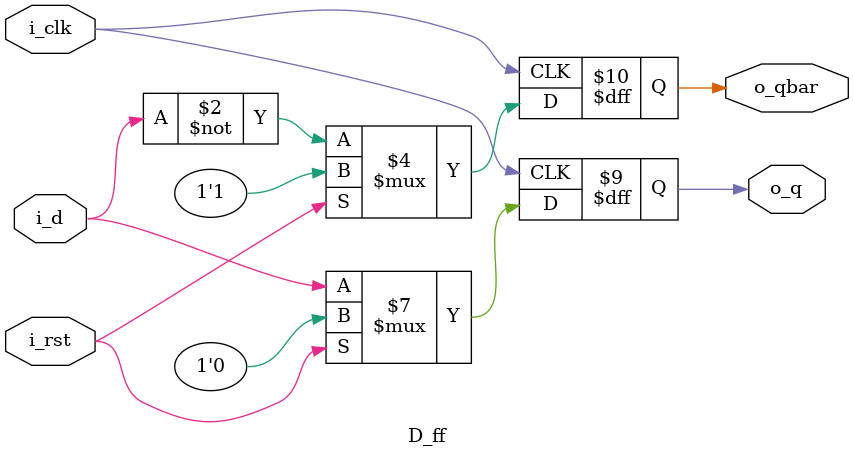
<source format=v>
`timescale 1ns / 1ps

module tb_johnson();
reg i_clk, i_rst;
wire [2:0]o_q;

johnson dut(
.i_clk(i_clk),
.i_rst(i_rst),
.o_q(o_q)
);

initial  begin
$monitor("Time = %0t | i_clk = %b, i_rst = %b => o_q = %b", $time, i_clk, i_rst, o_q);
end

always #5 i_clk = ~i_clk;
initial begin
i_clk = 0;
i_rst = 1; 
#10 i_rst = 0;
#200
$finish;
end

endmodule

// now design
`timescale 1ns / 1ps
//////////////////////////////////////////////////////////////////////////////////
// Engineer: Aditya 
// Create Date: 22.06.2025 20:11:34
// Design Name: johnson counter 
// Module Name: johnson
// Target Devices: johnson counter
// Description: we are usign a D flip flop and have to make johnson counter using structural 
// modelling 
//////////////////////////////////////////////////////////////////////////////////

module johnson(input i_clk, i_rst,
output [2:0]o_q
    );
    wire [2:0]o_qbar;
    
    D_ff ff1 (.i_d(o_qbar[0]), .i_clk(i_clk), .i_rst(i_rst), .o_q(o_q[2]), .o_qbar(o_qbar[2]));
    D_ff ff2(.i_d(o_q[2]), .i_clk(i_clk), .i_rst(i_rst), .o_q(o_q[1]), .o_qbar(o_qbar[1]));
    D_ff ff3(.i_d(o_q[1]), .i_clk(i_clk), .i_rst(i_rst), .o_q(o_q[0]), .o_qbar(o_qbar[0]));
    
endmodule

module D_ff(input i_d, i_clk, i_rst,
output reg o_q, o_qbar);
always @(negedge i_clk) begin
if(i_rst)begin
o_q <= 1'b0;
o_qbar <= 1'b1;
end
else begin
o_q <= i_d;
o_qbar <= ~i_d;
end
end 
endmodule  

</source>
